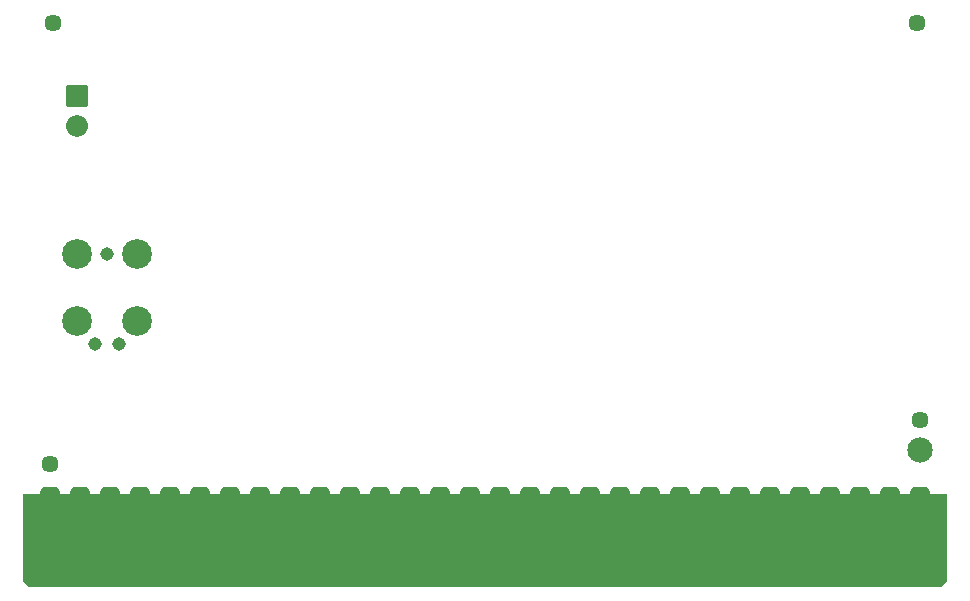
<source format=gbs>
G04 #@! TF.GenerationSoftware,KiCad,Pcbnew,7.0.1-0*
G04 #@! TF.CreationDate,2023-10-30T17:31:41-04:00*
G04 #@! TF.ProjectId,RAM2E,52414d32-452e-46b6-9963-61645f706362,2.1*
G04 #@! TF.SameCoordinates,Original*
G04 #@! TF.FileFunction,Soldermask,Bot*
G04 #@! TF.FilePolarity,Negative*
%FSLAX46Y46*%
G04 Gerber Fmt 4.6, Leading zero omitted, Abs format (unit mm)*
G04 Created by KiCad (PCBNEW 7.0.1-0) date 2023-10-30 17:31:41*
%MOMM*%
%LPD*%
G01*
G04 APERTURE LIST*
G04 Aperture macros list*
%AMRoundRect*
0 Rectangle with rounded corners*
0 $1 Rounding radius*
0 $2 $3 $4 $5 $6 $7 $8 $9 X,Y pos of 4 corners*
0 Add a 4 corners polygon primitive as box body*
4,1,4,$2,$3,$4,$5,$6,$7,$8,$9,$2,$3,0*
0 Add four circle primitives for the rounded corners*
1,1,$1+$1,$2,$3*
1,1,$1+$1,$4,$5*
1,1,$1+$1,$6,$7*
1,1,$1+$1,$8,$9*
0 Add four rect primitives between the rounded corners*
20,1,$1+$1,$2,$3,$4,$5,0*
20,1,$1+$1,$4,$5,$6,$7,0*
20,1,$1+$1,$6,$7,$8,$9,0*
20,1,$1+$1,$8,$9,$2,$3,0*%
G04 Aperture macros list end*
%ADD10C,0.000000*%
%ADD11RoundRect,0.457200X0.381000X3.289000X-0.381000X3.289000X-0.381000X-3.289000X0.381000X-3.289000X0*%
%ADD12C,2.152400*%
%ADD13C,1.448000*%
%ADD14RoundRect,0.076200X-0.850000X-0.850000X0.850000X-0.850000X0.850000X0.850000X-0.850000X0.850000X0*%
%ADD15O,1.852400X1.852400*%
%ADD16C,2.527300*%
%ADD17C,1.143000*%
G04 APERTURE END LIST*
D10*
G36*
X276606000Y-139446000D02*
G01*
X276098000Y-139954000D01*
X198882000Y-139954000D01*
X198374000Y-139446000D01*
X198374000Y-132080000D01*
X276606000Y-132080000D01*
X276606000Y-139446000D01*
G37*
D11*
X274320000Y-135282000D03*
X271780000Y-135282000D03*
X269240000Y-135282000D03*
X266700000Y-135282000D03*
X264160000Y-135282000D03*
X261620000Y-135282000D03*
X259080000Y-135282000D03*
X256540000Y-135282000D03*
X254000000Y-135282000D03*
X251460000Y-135282000D03*
X248920000Y-135282000D03*
X246380000Y-135282000D03*
X243840000Y-135282000D03*
X241300000Y-135282000D03*
X238760000Y-135282000D03*
X236220000Y-135282000D03*
X233680000Y-135282000D03*
X231140000Y-135282000D03*
X228600000Y-135282000D03*
X226060000Y-135282000D03*
X223520000Y-135282000D03*
X220980000Y-135282000D03*
X218440000Y-135282000D03*
X215900000Y-135282000D03*
X213360000Y-135282000D03*
X210820000Y-135282000D03*
X208280000Y-135282000D03*
X205740000Y-135282000D03*
X203200000Y-135282000D03*
X200660000Y-135282000D03*
D12*
X274320000Y-128397000D03*
D13*
X200660000Y-129540000D03*
X200914000Y-92202000D03*
X274066000Y-92202000D03*
X274320000Y-125857000D03*
D14*
X202946000Y-98425000D03*
D15*
X202946000Y-100965000D03*
D16*
X208026000Y-111760000D03*
D17*
X205486000Y-111760000D03*
D16*
X202946000Y-111760000D03*
X208026000Y-117475000D03*
X202946000Y-117475000D03*
D17*
X206502000Y-119380000D03*
X204470000Y-119380000D03*
M02*

</source>
